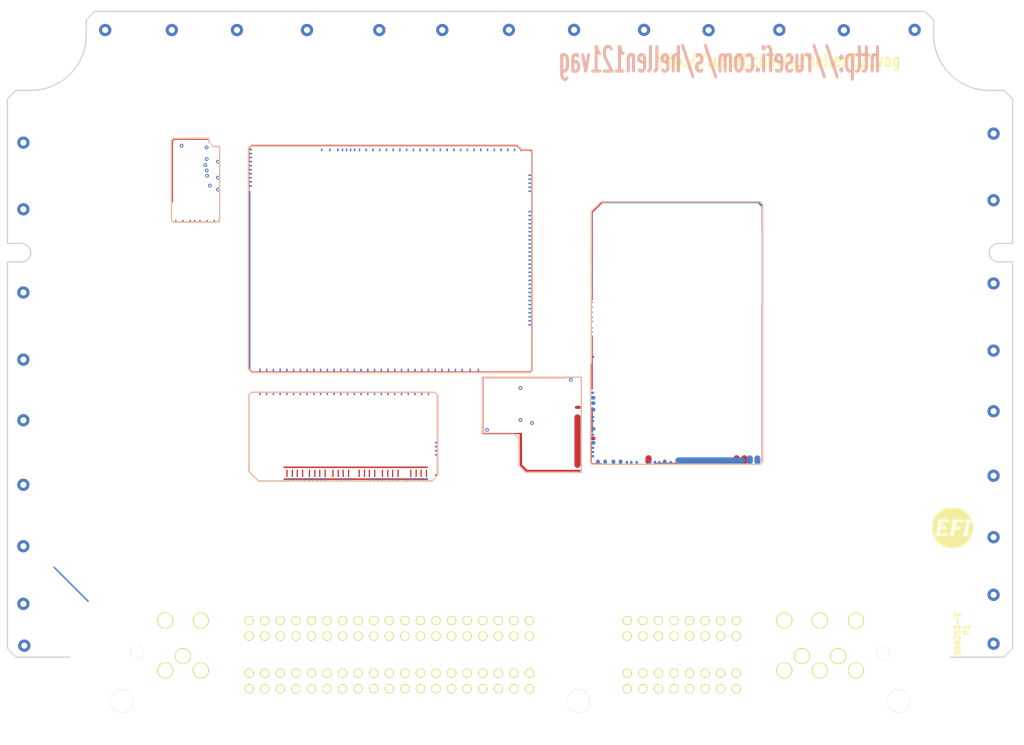
<source format=kicad_pcb>
(kicad_pcb (version 20241229) (generator "pcbnew") (generator_version "9.0")
  (title_block (title "Hellen121vag") (date "2022-10-14") (rev "d") (company "andreika @ rusEFI.com"))
  (layers (0 "F.Cu" signal) (4 "In1.Cu" signal "GND.Cu") (6 "In2.Cu" signal "Power.Cu") (2 "B.Cu" signal) (13 "F.Paste" user) (15 "B.Paste" user) (5 "F.SilkS" user "F.Silkscreen") (7 "B.SilkS" user "B.Silkscreen") (1 "F.Mask" user) (3 "B.Mask" user) (25 "Edge.Cuts" user))
  (net 0 "")
  (net 1 "+5V")
  (net 2 "/CAN_VIO")
  (net 3 "/CAN_TX")
  (net 4 "+12V")
  (net 5 "+3V3")
  (net 6 "/IGN8")
  (net 7 "GND")
  (net 8 "/NRESET")
  (net 9 "/BOOT0")
  (net 10 "/VBUS")
  (net 11 "/USBP")
  (net 12 "/USBM")
  (net 13 "Net-(F1-Pad1)")
  (net 14 "Net-(F2-Pad1)")
  (net 15 "/IN_VIGN")
  (net 16 "/D2")
  (net 17 "/D1")
  (net 18 "/D4")
  (net 19 "/CAN-")
  (net 20 "/D3")
  (net 21 "/OUT_IGN8")
  (net 22 "/IGN1")
  (net 23 "/IGN7")
  (net 24 "/IGN6")
  (net 25 "/IGN3")
  (net 26 "/IGN2")
  (net 27 "GNDA")
  (net 28 "/VIGN")
  (net 29 "/VBAT")
  (net 30 "/IGN4")
  (net 31 "/IGN5")
  (net 32 "/KNOCK1")
  (net 33 "/CRANK")
  (net 34 "/VSS")
  (net 35 "/CAM1")
  (net 36 "/IGN_V5")
  (net 37 "/TPS1")
  (net 38 "/CLT")
  (net 39 "/IAT")
  (net 40 "/MAF")
  (net 41 "/MAP2")
  (net 42 "/A2")
  (net 43 "/A4")
  (net 44 "/TPS2")
  (net 45 "/PPS2")
  (net 46 "/A3")
  (net 47 "/CAM2")
  (net 48 "/OUT_IDLE")
  (net 49 "/PPS1")
  (net 50 "/A1")
  (net 51 "/FUEL_CONSUM")
  (net 52 "/RES2")
  (net 53 "/AFR")
  (net 54 "/IN_CAM1")
  (net 55 "/IN_VSS")
  (net 56 "/IN_KNOCK1")
  (net 57 "/IN_CRANK")
  (net 58 "/IN_AFR")
  (net 59 "/IN_TPS1")
  (net 60 "/IN_MAF")
  (net 61 "/IN_MAP2")
  (net 62 "/VREF2")
  (net 63 "/IN_CLT")
  (net 64 "/IN_IAT")
  (net 65 "/IN_TPS2")
  (net 66 "/IN_PPS2")
  (net 67 "/IN_A2")
  (net 68 "/IN_A3")
  (net 69 "/IN_CAM2")
  (net 70 "/IN_A4")
  (net 71 "/IN_RES1")
  (net 72 "/IN_PPS1")
  (net 73 "/IN_A1")
  (net 74 "/IN_RES2")
  (net 75 "/IN_KNOCK1_RAW")
  (net 76 "/OUT_VVT2_B1")
  (net 77 "/OUT_VVT2_B2")
  (net 78 "/OUT_FUEL_CONSUM")
  (net 79 "/OUT_VVT1_1")
  (net 80 "/OUT_INJ6")
  (net 81 "/OUT_INJ2")
  (net 82 "/OUT_INJ3")
  (net 83 "/OUT_INJ1")
  (net 84 "/OUT_VVT1_2")
  (net 85 "/OUT_TACH")
  (net 86 "/OUT_INJ4")
  (net 87 "/OUT_INJ5")
  (net 88 "/OUT_INJ8")
  (net 89 "/OUT_INJ7")
  (net 90 "/INJ8")
  (net 91 "/INJ7")
  (net 92 "/INJ6")
  (net 93 "/INJ5")
  (net 94 "/INJ4")
  (net 95 "/INJ3")
  (net 96 "/OUT3")
  (net 97 "/VR_ANALOG")
  (net 98 "/INJ2")
  (net 99 "/INJ1")
  (net 100 "/VVT1_2")
  (net 101 "/VVT1_1")
  (net 102 "/TACH")
  (net 103 "/VVT2_B2")
  (net 104 "/VVT2_B1")
  (net 105 "/WASTEGATE")
  (net 106 "/OUT2")
  (net 107 "/OUT1")
  (net 108 "Net-(P1-Pad10)")
  (net 109 "Net-(P1-Pad11)")
  (net 110 "Net-(P1-Pad12)")
  (net 111 "Net-(P1-Pad13)")
  (net 112 "Net-(P1-Pad17)")
  (net 113 "Net-(P1-Pad20)")
  (net 114 "Net-(P1-Pad21)")
  (net 115 "Net-(P1-Pad23)")
  (net 116 "Net-(P1-Pad28)")
  (net 117 "Net-(P1-Pad37)")
  (net 118 "Net-(P1-Pad40)")
  (net 119 "Net-(P1-Pad41)")
  (net 120 "Net-(P1-Pad43)")
  (net 121 "Net-(P1-Pad44)")
  (net 122 "Net-(P1-Pad45)")
  (net 123 "Net-(P1-Pad46)")
  (net 124 "Net-(P1-Pad48)")
  (net 125 "Net-(P1-Pad49)")
  (net 126 "/CAN+")
  (net 127 "Net-(P1-Pad56)")
  (net 128 "Net-(P1-Pad61)")
  (net 129 "/V12_PERM")
  (net 130 "Net-(P1-Pad63)")
  (net 131 "Net-(P1-Pad64)")
  (net 132 "Net-(P1-Pad66)")
  (net 133 "Net-(P1-Pad67)")
  (net 134 "Net-(P1-Pad68)")
  (net 135 "/OUT_IGN7")
  (net 136 "/OUT_IGN6")
  (net 137 "/OUT_IGN5")
  (net 138 "/OUT_IGN4")
  (net 139 "/OUT_IGN3")
  (net 140 "/OUT_IGN2")
  (net 141 "/OUT_IGN1")
  (net 142 "Net-(P1-Pad9)")
  (net 143 "/CAN_RX")
  (net 144 "+12V_RAW")
  (net 145 "/ETB_EN")
  (net 146 "/IN_D4")
  (net 147 "/IN_D3")
  (net 148 "/IN_D2")
  (net 149 "/IN_D1")
  (net 150 "Net-(P1-Pad69)")
  (net 151 "/LSU_HEAT-")
  (net 152 "Net-(P1-Pad74)")
  (net 153 "Net-(P1-Pad80)")
  (net 154 "/IGN_V33")
  (net 155 "Net-(P1-Pad51)")
  (net 156 "Net-(P1-Pad52)")
  (net 157 "Net-(P1-Pad70)")
  (net 158 "Net-(P1-Pad71)")
  (net 159 "/IN_CRANK+")
  (net 160 "/IN_CRANK-")
  (net 161 "/+ETB")
  (net 162 "/-ETB")
  (net 163 "+5VA")
  (net 164 "/+ETB_OUT")
  (net 165 "/-ETB_OUT")
  (net 166 "/RES1")
  (net 167 "/OUT_WASTEGATE")
  (net 168 "/RX2")
  (net 169 "/TX2")
  (net 170 "/RX1")
  (net 171 "/TX1")
  (net 172 "/SPI3_MOSI")
  (net 173 "/SPI3_MISO")
  (net 174 "/SPI3_SCK")
  (net 175 "/SPI3_CS")
  (net 176 "/MAIN_RELAY")
  (net 177 "/FUEL_PUMP_RELAY")
  (net 178 "/CHECK_ENGINE")
  (net 179 "/OUT_FUEL_PUMP_RELAY")
  (net 180 "/OUT_CHECK_ENGINE")
  (net 181 "/OUT_MAIN_RELAY")
  (net 182 "/IDLE")
  (net 183 "/THRESHOLD_VR")
  (net 196 "Net-(R19-Pad2)")
  (net 197 "Net-(R18-Pad2)")
  (net 213 "/VREF1")
  (net 216 "Net-(P6-Pad1)")
  (net 218 "Net-(P8-Pad1)")
  (net 219 "+12V_PROT")
  (net 221 "Net-(P7-Pad1)")
  (net 241 "+5VP")
  (footprint "hellen121vag:368255-2" (layer "F.Cu") (at 60.198 32.893)
    (property "Reference" "P1")
    (property "Value" "368255-2")
  )
  (footprint "hellen-one-mcu-0.7:mcu" (layer "F.Cu") (at 84.912499 51.403623)
    (property "Reference" "M3" (hide yes))
    (property "Value" "Module-mcu-0.7" (hide yes))
  )
  (footprint "hellen-one-ign8-0.2:ign8" (layer "F.Cu") (at 72.442387 26.835796)
    (property "Reference" "M7" (hide yes))
    (property "Value" "Module-ign8-0.2" (hide yes))
  )
  (footprint "hellen-one-input-0.1:input" (layer "F.Cu") (at 85.012499 69.079682)
    (property "Reference" "M4" (hide yes))
    (property "Value" "Module-input-0.1" (hide yes))
  )
  (footprint "hellen-one-output-0.3:output" (layer "F.Cu") (at 140.775001 66.3625)
    (property "Reference" "M6" (hide yes))
    (property "Value" "Module-output-0.3" (hide yes))
  )
  (footprint "rusefi_lib:LOGO" (layer "F.Cu") (at 199.925 76.65)
    (property "Reference" "G7" (hide yes))
    (property "Value" "LOGO" (hide yes))
  )
  (footprint "hellen-one-power12-0.2:power12" (layer "F.Cu") (at 123.065985 67.662891)
    (property "Reference" "M8" (hide yes))
    (property "Value" "Module-power12-0.2" (hide yes))
  )
  (gr_line (start 58.56 -3.765) (end 58.56 -6.210787) (stroke (width 0.2)) (layer "Edge.Cuts"))
  (gr_arc (start 48 30.225) (mid 49.500167 31.725) (end 48 33.225) (stroke (width 0.2)) (layer "Edge.Cuts"))
  (gr_arc (start 205.84 5.234999) (mid 199.476039 2.59896) (end 196.84 -3.765001) (stroke (width 0.2)) (layer "Edge.Cuts"))
  (gr_line (start 207.4 30.224999) (end 209.7 30.224999) (stroke (width 0.2)) (layer "Edge.Cuts"))
  (gr_line (start 45.7 96.310786) (end 45.7 33.225) (stroke (width 0.2)) (layer "Edge.Cuts"))
  (gr_line (start 49.56 5.235) (end 47.114214 5.235) (stroke (width 0.2)) (layer "Edge.Cuts"))
  (gr_line (start 195.425787 -7.625001) (end 59.974214 -7.625) (stroke (width 0.2)) (layer "Edge.Cuts"))
  (gr_line (start 208.285787 97.725) (end 199.5872 97.725) (stroke (width 0.2)) (layer "Edge.Cuts"))
  (gr_line (start 48 33.225) (end 45.7 33.225) (stroke (width 0.2)) (layer "Edge.Cuts"))
  (gr_line (start 209.7 96.310786) (end 209.7 33.224999) (stroke (width 0.2)) (layer "Edge.Cuts"))
  (gr_line (start 58.56 -6.210787) (end 59.974214 -7.625) (stroke (width 0.2)) (layer "Edge.Cuts"))
  (gr_line (start 209.7 30.224999) (end 209.7 6.649213) (stroke (width 0.2)) (layer "Edge.Cuts"))
  (gr_line (start 196.84 -6.210787) (end 195.425787 -7.625) (stroke (width 0.2)) (layer "Edge.Cuts"))
  (gr_line (start 48 30.225) (end 45.7 30.225) (stroke (width 0.2)) (layer "Edge.Cuts"))
  (gr_line (start 209.700001 6.649213) (end 208.285787 5.234999) (stroke (width 0.2)) (layer "Edge.Cuts"))
  (gr_line (start 205.84 5.234999) (end 208.285787 5.234999) (stroke (width 0.2)) (layer "Edge.Cuts"))
  (gr_line (start 207.4 33.224999) (end 209.7 33.224999) (stroke (width 0.2)) (layer "Edge.Cuts"))
  (gr_line (start 209.7 96.310786) (end 208.285787 97.724999) (stroke (width 0.2)) (layer "Edge.Cuts"))
  (gr_arc (start 58.56 -3.765) (mid 55.923961 2.598961) (end 49.56 5.235) (stroke (width 0.2)) (layer "Edge.Cuts"))
  (gr_line (start 45.7 6.649213) (end 47.114214 5.235) (stroke (width 0.2)) (layer "Edge.Cuts"))
  (gr_line (start 196.84 -3.765001) (end 196.84 -6.210787) (stroke (width 0.2)) (layer "Edge.Cuts"))
  (gr_arc (start 207.4 33.224999) (mid 205.9 31.724999) (end 207.4 30.224999) (stroke (width 0.2)) (layer "Edge.Cuts"))
  (gr_line (start 45.7 30.224999) (end 45.7 6.649213) (stroke (width 0.2)) (layer "Edge.Cuts"))
  (gr_line (start 45.7 96.310786) (end 47.114214 97.724999) (stroke (width 0.2)) (layer "Edge.Cuts"))
  (gr_line (start 47.114214 97.725) (end 55.9 97.725) (stroke (width 0.2)) (layer "Edge.Cuts"))
  (gr_text "http://rusefi.com/s/hellen121vag" (at 171.4 0.375 0) (layer "F.SilkS") (effects (font (size 2.032 1.524) (thickness 0.3048))))
  (gr_text "http://rusefi.com/s/hellen121vag" (at 161.9 0.275 0) (layer "B.SilkS") (effects (font (size 4 2) (thickness 0.5)) (justify mirror)))
  (via (at 48.3 79.625) (size 2) (drill 1) (layers "F.Cu" "B.Cu") (net 7))
  (via (at 48.3 89.025) (size 2) (drill 1) (layers "F.Cu" "B.Cu") (net 7))
  (via (at 48.3 24.65) (size 2) (drill 1) (layers "F.Cu" "B.Cu") (net 7))
  (via (at 48.3 38.225) (size 2) (drill 1) (layers "F.Cu" "B.Cu") (net 7))
  (via (at 48.3 13.775) (size 2) (drill 1) (layers "F.Cu" "B.Cu") (net 7))
  (via (at 160.1 -4.575) (size 2) (drill 1) (layers "F.Cu" "B.Cu") (net 7))
  (via (at 48.45 95.85) (size 2) (drill 1) (layers "F.Cu" "B.Cu") (net 7))
  (via (at 149.575 -4.625) (size 2) (drill 1) (layers "F.Cu" "B.Cu") (net 7))
  (via (at 206.6 78.15) (size 2) (drill 1) (layers "F.Cu" "B.Cu") (net 7))
  (via (at 48.3 69.6) (size 2) (drill 1) (layers "F.Cu" "B.Cu") (net 7))
  (via (at 206.6 68.125) (size 2) (drill 1) (layers "F.Cu" "B.Cu") (net 7))
  (via (at 72.525 -4.6) (size 2) (drill 1) (layers "F.Cu" "B.Cu") (net 7))
  (via (at 116.65 -4.6) (size 2) (drill 1) (layers "F.Cu" "B.Cu") (net 7))
  (via (at 94.575 -4.6) (size 2) (drill 1) (layers "F.Cu" "B.Cu") (net 7))
  (via (at 193.725 -4.625) (size 2) (drill 1) (layers "F.Cu" "B.Cu") (net 7))
  (via (at 206.6 23.175) (size 2) (drill 1) (layers "F.Cu" "B.Cu") (net 7))
  (via (at 171.65 -4.625) (size 2) (drill 1) (layers "F.Cu" "B.Cu") (net 7))
  (via (at 206.6 57.6) (size 2) (drill 1) (layers "F.Cu" "B.Cu") (net 7))
  (via (at 206.6 95.525) (size 2) (drill 1) (layers "F.Cu" "B.Cu") (net 7))
  (via (at 206.6 12.3) (size 2) (drill 1) (layers "F.Cu" "B.Cu") (net 7))
  (via (at 206.6 47.7) (size 2) (drill 1) (layers "F.Cu" "B.Cu") (net 7))
  (via (at 61.65 -4.6) (size 2) (drill 1) (layers "F.Cu" "B.Cu") (net 7))
  (via (at 106.375 -4.6) (size 2) (drill 1) (layers "F.Cu" "B.Cu") (net 7))
  (via (at 48.3 59.075) (size 2) (drill 1) (layers "F.Cu" "B.Cu") (net 7))
  (via (at 206.6 87.55) (size 2) (drill 1) (layers "F.Cu" "B.Cu") (net 7))
  (via (at 127.525 -4.625) (size 2) (drill 1) (layers "F.Cu" "B.Cu") (net 7))
  (via (at 182.175 -4.575) (size 2) (drill 1) (layers "F.Cu" "B.Cu") (net 7))
  (via (at 138.15 -4.625) (size 2) (drill 1) (layers "F.Cu" "B.Cu") (net 7))
  (via (at 48.3 49.175) (size 2) (drill 1) (layers "F.Cu" "B.Cu") (net 7))
  (via (at 83.15 -4.6) (size 2) (drill 1) (layers "F.Cu" "B.Cu") (net 7))
  (via (at 206.6 36.75) (size 2) (drill 1) (layers "F.Cu" "B.Cu") (net 7))
  (segment (start 53.310989 83.060989) (end 58.84598 88.59598) (width 0.254) (layer "B.Cu") (net 158))
)
</source>
